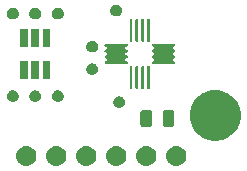
<source format=gts>
G04 #@! TF.GenerationSoftware,KiCad,Pcbnew,5.0.2+dfsg1-1~bpo9+1*
G04 #@! TF.CreationDate,2020-04-14T03:04:13-04:00*
G04 #@! TF.ProjectId,accel,61636365-6c2e-46b6-9963-61645f706362,0.10.a*
G04 #@! TF.SameCoordinates,Original*
G04 #@! TF.FileFunction,Soldermask,Top*
G04 #@! TF.FilePolarity,Negative*
%FSLAX46Y46*%
G04 Gerber Fmt 4.6, Leading zero omitted, Abs format (unit mm)*
G04 Created by KiCad (PCBNEW 5.0.2+dfsg1-1~bpo9+1) date Tue 14 Apr 2020 03:04:13 AM EDT*
%MOMM*%
%LPD*%
G01*
G04 APERTURE LIST*
%ADD10C,0.150000*%
G04 APERTURE END LIST*
D10*
G36*
X38266630Y-68377299D02*
X38426855Y-68425903D01*
X38574520Y-68504831D01*
X38703949Y-68611051D01*
X38810169Y-68740480D01*
X38889097Y-68888145D01*
X38937701Y-69048370D01*
X38954112Y-69215000D01*
X38937701Y-69381630D01*
X38889097Y-69541855D01*
X38810169Y-69689520D01*
X38703949Y-69818949D01*
X38574520Y-69925169D01*
X38426855Y-70004097D01*
X38266630Y-70052701D01*
X38141752Y-70065000D01*
X38058248Y-70065000D01*
X37933370Y-70052701D01*
X37773145Y-70004097D01*
X37625480Y-69925169D01*
X37496051Y-69818949D01*
X37389831Y-69689520D01*
X37310903Y-69541855D01*
X37262299Y-69381630D01*
X37245888Y-69215000D01*
X37262299Y-69048370D01*
X37310903Y-68888145D01*
X37389831Y-68740480D01*
X37496051Y-68611051D01*
X37625480Y-68504831D01*
X37773145Y-68425903D01*
X37933370Y-68377299D01*
X38058248Y-68365000D01*
X38141752Y-68365000D01*
X38266630Y-68377299D01*
X38266630Y-68377299D01*
G37*
G36*
X40806630Y-68377299D02*
X40966855Y-68425903D01*
X41114520Y-68504831D01*
X41243949Y-68611051D01*
X41350169Y-68740480D01*
X41429097Y-68888145D01*
X41477701Y-69048370D01*
X41494112Y-69215000D01*
X41477701Y-69381630D01*
X41429097Y-69541855D01*
X41350169Y-69689520D01*
X41243949Y-69818949D01*
X41114520Y-69925169D01*
X40966855Y-70004097D01*
X40806630Y-70052701D01*
X40681752Y-70065000D01*
X40598248Y-70065000D01*
X40473370Y-70052701D01*
X40313145Y-70004097D01*
X40165480Y-69925169D01*
X40036051Y-69818949D01*
X39929831Y-69689520D01*
X39850903Y-69541855D01*
X39802299Y-69381630D01*
X39785888Y-69215000D01*
X39802299Y-69048370D01*
X39850903Y-68888145D01*
X39929831Y-68740480D01*
X40036051Y-68611051D01*
X40165480Y-68504831D01*
X40313145Y-68425903D01*
X40473370Y-68377299D01*
X40598248Y-68365000D01*
X40681752Y-68365000D01*
X40806630Y-68377299D01*
X40806630Y-68377299D01*
G37*
G36*
X45886630Y-68377299D02*
X46046855Y-68425903D01*
X46194520Y-68504831D01*
X46323949Y-68611051D01*
X46430169Y-68740480D01*
X46509097Y-68888145D01*
X46557701Y-69048370D01*
X46574112Y-69215000D01*
X46557701Y-69381630D01*
X46509097Y-69541855D01*
X46430169Y-69689520D01*
X46323949Y-69818949D01*
X46194520Y-69925169D01*
X46046855Y-70004097D01*
X45886630Y-70052701D01*
X45761752Y-70065000D01*
X45678248Y-70065000D01*
X45553370Y-70052701D01*
X45393145Y-70004097D01*
X45245480Y-69925169D01*
X45116051Y-69818949D01*
X45009831Y-69689520D01*
X44930903Y-69541855D01*
X44882299Y-69381630D01*
X44865888Y-69215000D01*
X44882299Y-69048370D01*
X44930903Y-68888145D01*
X45009831Y-68740480D01*
X45116051Y-68611051D01*
X45245480Y-68504831D01*
X45393145Y-68425903D01*
X45553370Y-68377299D01*
X45678248Y-68365000D01*
X45761752Y-68365000D01*
X45886630Y-68377299D01*
X45886630Y-68377299D01*
G37*
G36*
X35726630Y-68377299D02*
X35886855Y-68425903D01*
X36034520Y-68504831D01*
X36163949Y-68611051D01*
X36270169Y-68740480D01*
X36349097Y-68888145D01*
X36397701Y-69048370D01*
X36414112Y-69215000D01*
X36397701Y-69381630D01*
X36349097Y-69541855D01*
X36270169Y-69689520D01*
X36163949Y-69818949D01*
X36034520Y-69925169D01*
X35886855Y-70004097D01*
X35726630Y-70052701D01*
X35601752Y-70065000D01*
X35518248Y-70065000D01*
X35393370Y-70052701D01*
X35233145Y-70004097D01*
X35085480Y-69925169D01*
X34956051Y-69818949D01*
X34849831Y-69689520D01*
X34770903Y-69541855D01*
X34722299Y-69381630D01*
X34705888Y-69215000D01*
X34722299Y-69048370D01*
X34770903Y-68888145D01*
X34849831Y-68740480D01*
X34956051Y-68611051D01*
X35085480Y-68504831D01*
X35233145Y-68425903D01*
X35393370Y-68377299D01*
X35518248Y-68365000D01*
X35601752Y-68365000D01*
X35726630Y-68377299D01*
X35726630Y-68377299D01*
G37*
G36*
X33186630Y-68377299D02*
X33346855Y-68425903D01*
X33494520Y-68504831D01*
X33623949Y-68611051D01*
X33730169Y-68740480D01*
X33809097Y-68888145D01*
X33857701Y-69048370D01*
X33874112Y-69215000D01*
X33857701Y-69381630D01*
X33809097Y-69541855D01*
X33730169Y-69689520D01*
X33623949Y-69818949D01*
X33494520Y-69925169D01*
X33346855Y-70004097D01*
X33186630Y-70052701D01*
X33061752Y-70065000D01*
X32978248Y-70065000D01*
X32853370Y-70052701D01*
X32693145Y-70004097D01*
X32545480Y-69925169D01*
X32416051Y-69818949D01*
X32309831Y-69689520D01*
X32230903Y-69541855D01*
X32182299Y-69381630D01*
X32165888Y-69215000D01*
X32182299Y-69048370D01*
X32230903Y-68888145D01*
X32309831Y-68740480D01*
X32416051Y-68611051D01*
X32545480Y-68504831D01*
X32693145Y-68425903D01*
X32853370Y-68377299D01*
X32978248Y-68365000D01*
X33061752Y-68365000D01*
X33186630Y-68377299D01*
X33186630Y-68377299D01*
G37*
G36*
X43346630Y-68377299D02*
X43506855Y-68425903D01*
X43654520Y-68504831D01*
X43783949Y-68611051D01*
X43890169Y-68740480D01*
X43969097Y-68888145D01*
X44017701Y-69048370D01*
X44034112Y-69215000D01*
X44017701Y-69381630D01*
X43969097Y-69541855D01*
X43890169Y-69689520D01*
X43783949Y-69818949D01*
X43654520Y-69925169D01*
X43506855Y-70004097D01*
X43346630Y-70052701D01*
X43221752Y-70065000D01*
X43138248Y-70065000D01*
X43013370Y-70052701D01*
X42853145Y-70004097D01*
X42705480Y-69925169D01*
X42576051Y-69818949D01*
X42469831Y-69689520D01*
X42390903Y-69541855D01*
X42342299Y-69381630D01*
X42325888Y-69215000D01*
X42342299Y-69048370D01*
X42390903Y-68888145D01*
X42469831Y-68740480D01*
X42576051Y-68611051D01*
X42705480Y-68504831D01*
X42853145Y-68425903D01*
X43013370Y-68377299D01*
X43138248Y-68365000D01*
X43221752Y-68365000D01*
X43346630Y-68377299D01*
X43346630Y-68377299D01*
G37*
G36*
X49265098Y-63642234D02*
X49649132Y-63718623D01*
X49796671Y-63779736D01*
X50040406Y-63880694D01*
X50392548Y-64115988D01*
X50692012Y-64415452D01*
X50927306Y-64767594D01*
X50955337Y-64835267D01*
X51089377Y-65158868D01*
X51172000Y-65574243D01*
X51172000Y-65997757D01*
X51089377Y-66413132D01*
X51022245Y-66575203D01*
X50927306Y-66804406D01*
X50692012Y-67156548D01*
X50392548Y-67456012D01*
X50040406Y-67691306D01*
X49811203Y-67786245D01*
X49649132Y-67853377D01*
X49441445Y-67894688D01*
X49233758Y-67936000D01*
X48810242Y-67936000D01*
X48602555Y-67894688D01*
X48394868Y-67853377D01*
X48232797Y-67786245D01*
X48003594Y-67691306D01*
X47651452Y-67456012D01*
X47351988Y-67156548D01*
X47116694Y-66804406D01*
X47021755Y-66575203D01*
X46954623Y-66413132D01*
X46872000Y-65997757D01*
X46872000Y-65574243D01*
X46954623Y-65158868D01*
X47088663Y-64835267D01*
X47116694Y-64767594D01*
X47351988Y-64415452D01*
X47651452Y-64115988D01*
X48003594Y-63880694D01*
X48247329Y-63779736D01*
X48394868Y-63718623D01*
X48778902Y-63642234D01*
X48810242Y-63636000D01*
X49233758Y-63636000D01*
X49265098Y-63642234D01*
X49265098Y-63642234D01*
G37*
G36*
X43521492Y-65344076D02*
X43555383Y-65354357D01*
X43586611Y-65371048D01*
X43613985Y-65393515D01*
X43636452Y-65420889D01*
X43653143Y-65452117D01*
X43663424Y-65486008D01*
X43667500Y-65527391D01*
X43667500Y-66552609D01*
X43663424Y-66593992D01*
X43653143Y-66627883D01*
X43636452Y-66659111D01*
X43613985Y-66686485D01*
X43586611Y-66708952D01*
X43555383Y-66725643D01*
X43521492Y-66735924D01*
X43480109Y-66740000D01*
X42879891Y-66740000D01*
X42838508Y-66735924D01*
X42804617Y-66725643D01*
X42773389Y-66708952D01*
X42746015Y-66686485D01*
X42723548Y-66659111D01*
X42706857Y-66627883D01*
X42696576Y-66593992D01*
X42692500Y-66552609D01*
X42692500Y-65527391D01*
X42696576Y-65486008D01*
X42706857Y-65452117D01*
X42723548Y-65420889D01*
X42746015Y-65393515D01*
X42773389Y-65371048D01*
X42804617Y-65354357D01*
X42838508Y-65344076D01*
X42879891Y-65340000D01*
X43480109Y-65340000D01*
X43521492Y-65344076D01*
X43521492Y-65344076D01*
G37*
G36*
X45396492Y-65344076D02*
X45430383Y-65354357D01*
X45461611Y-65371048D01*
X45488985Y-65393515D01*
X45511452Y-65420889D01*
X45528143Y-65452117D01*
X45538424Y-65486008D01*
X45542500Y-65527391D01*
X45542500Y-66552609D01*
X45538424Y-66593992D01*
X45528143Y-66627883D01*
X45511452Y-66659111D01*
X45488985Y-66686485D01*
X45461611Y-66708952D01*
X45430383Y-66725643D01*
X45396492Y-66735924D01*
X45355109Y-66740000D01*
X44754891Y-66740000D01*
X44713508Y-66735924D01*
X44679617Y-66725643D01*
X44648389Y-66708952D01*
X44621015Y-66686485D01*
X44598548Y-66659111D01*
X44581857Y-66627883D01*
X44571576Y-66593992D01*
X44567500Y-66552609D01*
X44567500Y-65527391D01*
X44571576Y-65486008D01*
X44581857Y-65452117D01*
X44598548Y-65420889D01*
X44621015Y-65393515D01*
X44648389Y-65371048D01*
X44679617Y-65354357D01*
X44713508Y-65344076D01*
X44754891Y-65340000D01*
X45355109Y-65340000D01*
X45396492Y-65344076D01*
X45396492Y-65344076D01*
G37*
G36*
X40992015Y-64150234D02*
X41086268Y-64178825D01*
X41132697Y-64203643D01*
X41173129Y-64225254D01*
X41173131Y-64225255D01*
X41173130Y-64225255D01*
X41249264Y-64287736D01*
X41311745Y-64363870D01*
X41358175Y-64450732D01*
X41386766Y-64544985D01*
X41396419Y-64643000D01*
X41386766Y-64741015D01*
X41358175Y-64835268D01*
X41333357Y-64881697D01*
X41311746Y-64922129D01*
X41249264Y-64998264D01*
X41173129Y-65060746D01*
X41132697Y-65082357D01*
X41086268Y-65107175D01*
X40992015Y-65135766D01*
X40918564Y-65143000D01*
X40869436Y-65143000D01*
X40795985Y-65135766D01*
X40701732Y-65107175D01*
X40655303Y-65082357D01*
X40614871Y-65060746D01*
X40538736Y-64998264D01*
X40476254Y-64922129D01*
X40454643Y-64881697D01*
X40429825Y-64835268D01*
X40401234Y-64741015D01*
X40391581Y-64643000D01*
X40401234Y-64544985D01*
X40429825Y-64450732D01*
X40476255Y-64363870D01*
X40538736Y-64287736D01*
X40614870Y-64225255D01*
X40614869Y-64225255D01*
X40614871Y-64225254D01*
X40655303Y-64203643D01*
X40701732Y-64178825D01*
X40795985Y-64150234D01*
X40869436Y-64143000D01*
X40918564Y-64143000D01*
X40992015Y-64150234D01*
X40992015Y-64150234D01*
G37*
G36*
X35785015Y-63642234D02*
X35879268Y-63670825D01*
X35925697Y-63695643D01*
X35966129Y-63717254D01*
X35966131Y-63717255D01*
X35966130Y-63717255D01*
X36042264Y-63779736D01*
X36104745Y-63855870D01*
X36151175Y-63942732D01*
X36179766Y-64036985D01*
X36189419Y-64135000D01*
X36179766Y-64233015D01*
X36151175Y-64327268D01*
X36131610Y-64363870D01*
X36104746Y-64414129D01*
X36042264Y-64490264D01*
X35966129Y-64552746D01*
X35925697Y-64574357D01*
X35879268Y-64599175D01*
X35785015Y-64627766D01*
X35711564Y-64635000D01*
X35662436Y-64635000D01*
X35588985Y-64627766D01*
X35494732Y-64599175D01*
X35448303Y-64574357D01*
X35407871Y-64552746D01*
X35331736Y-64490264D01*
X35269254Y-64414129D01*
X35242390Y-64363870D01*
X35222825Y-64327268D01*
X35194234Y-64233015D01*
X35184581Y-64135000D01*
X35194234Y-64036985D01*
X35222825Y-63942732D01*
X35269255Y-63855870D01*
X35331736Y-63779736D01*
X35407870Y-63717255D01*
X35407869Y-63717255D01*
X35407871Y-63717254D01*
X35448303Y-63695643D01*
X35494732Y-63670825D01*
X35588985Y-63642234D01*
X35662436Y-63635000D01*
X35711564Y-63635000D01*
X35785015Y-63642234D01*
X35785015Y-63642234D01*
G37*
G36*
X31975015Y-63642234D02*
X32069268Y-63670825D01*
X32115697Y-63695643D01*
X32156129Y-63717254D01*
X32156131Y-63717255D01*
X32156130Y-63717255D01*
X32232264Y-63779736D01*
X32294745Y-63855870D01*
X32341175Y-63942732D01*
X32369766Y-64036985D01*
X32379419Y-64135000D01*
X32369766Y-64233015D01*
X32341175Y-64327268D01*
X32321610Y-64363870D01*
X32294746Y-64414129D01*
X32232264Y-64490264D01*
X32156129Y-64552746D01*
X32115697Y-64574357D01*
X32069268Y-64599175D01*
X31975015Y-64627766D01*
X31901564Y-64635000D01*
X31852436Y-64635000D01*
X31778985Y-64627766D01*
X31684732Y-64599175D01*
X31638303Y-64574357D01*
X31597871Y-64552746D01*
X31521736Y-64490264D01*
X31459254Y-64414129D01*
X31432390Y-64363870D01*
X31412825Y-64327268D01*
X31384234Y-64233015D01*
X31374581Y-64135000D01*
X31384234Y-64036985D01*
X31412825Y-63942732D01*
X31459255Y-63855870D01*
X31521736Y-63779736D01*
X31597870Y-63717255D01*
X31597869Y-63717255D01*
X31597871Y-63717254D01*
X31638303Y-63695643D01*
X31684732Y-63670825D01*
X31778985Y-63642234D01*
X31852436Y-63635000D01*
X31901564Y-63635000D01*
X31975015Y-63642234D01*
X31975015Y-63642234D01*
G37*
G36*
X33880015Y-63642234D02*
X33974268Y-63670825D01*
X34020697Y-63695643D01*
X34061129Y-63717254D01*
X34061131Y-63717255D01*
X34061130Y-63717255D01*
X34137264Y-63779736D01*
X34199745Y-63855870D01*
X34246175Y-63942732D01*
X34274766Y-64036985D01*
X34284419Y-64135000D01*
X34274766Y-64233015D01*
X34246175Y-64327268D01*
X34226610Y-64363870D01*
X34199746Y-64414129D01*
X34137264Y-64490264D01*
X34061129Y-64552746D01*
X34020697Y-64574357D01*
X33974268Y-64599175D01*
X33880015Y-64627766D01*
X33806564Y-64635000D01*
X33757436Y-64635000D01*
X33683985Y-64627766D01*
X33589732Y-64599175D01*
X33543303Y-64574357D01*
X33502871Y-64552746D01*
X33426736Y-64490264D01*
X33364254Y-64414129D01*
X33337390Y-64363870D01*
X33317825Y-64327268D01*
X33289234Y-64233015D01*
X33279581Y-64135000D01*
X33289234Y-64036985D01*
X33317825Y-63942732D01*
X33364255Y-63855870D01*
X33426736Y-63779736D01*
X33502870Y-63717255D01*
X33502869Y-63717255D01*
X33502871Y-63717254D01*
X33543303Y-63695643D01*
X33589732Y-63670825D01*
X33683985Y-63642234D01*
X33757436Y-63635000D01*
X33806564Y-63635000D01*
X33880015Y-63642234D01*
X33880015Y-63642234D01*
G37*
G36*
X42414503Y-61576809D02*
X42438065Y-61583956D01*
X42449794Y-61590226D01*
X42459782Y-61595564D01*
X42459783Y-61595565D01*
X42459785Y-61595566D01*
X42478816Y-61611184D01*
X42494436Y-61630217D01*
X42506043Y-61651933D01*
X42513191Y-61675496D01*
X42515000Y-61693866D01*
X42515000Y-63456134D01*
X42513191Y-63474504D01*
X42506043Y-63498067D01*
X42494436Y-63519783D01*
X42478816Y-63538816D01*
X42459783Y-63554436D01*
X42438067Y-63566043D01*
X42414504Y-63573191D01*
X42390001Y-63575604D01*
X42390000Y-63575604D01*
X42365497Y-63573191D01*
X42341934Y-63566043D01*
X42320218Y-63554436D01*
X42301185Y-63538816D01*
X42285565Y-63519783D01*
X42273958Y-63498067D01*
X42266810Y-63474504D01*
X42265001Y-63456134D01*
X42265000Y-61693867D01*
X42266809Y-61675497D01*
X42273956Y-61651935D01*
X42285566Y-61630215D01*
X42301184Y-61611184D01*
X42320217Y-61595564D01*
X42341933Y-61583957D01*
X42365496Y-61576809D01*
X42389999Y-61574396D01*
X42390000Y-61574396D01*
X42414503Y-61576809D01*
X42414503Y-61576809D01*
G37*
G36*
X42914503Y-61576809D02*
X42938065Y-61583956D01*
X42949794Y-61590226D01*
X42959782Y-61595564D01*
X42959783Y-61595565D01*
X42959785Y-61595566D01*
X42978816Y-61611184D01*
X42994436Y-61630217D01*
X43006043Y-61651933D01*
X43013191Y-61675496D01*
X43015000Y-61693866D01*
X43015000Y-63456134D01*
X43013191Y-63474504D01*
X43006043Y-63498067D01*
X42994436Y-63519783D01*
X42978816Y-63538816D01*
X42959783Y-63554436D01*
X42938067Y-63566043D01*
X42914504Y-63573191D01*
X42890001Y-63575604D01*
X42890000Y-63575604D01*
X42865497Y-63573191D01*
X42841934Y-63566043D01*
X42820218Y-63554436D01*
X42801185Y-63538816D01*
X42785565Y-63519783D01*
X42773958Y-63498067D01*
X42766810Y-63474504D01*
X42765001Y-63456134D01*
X42765000Y-61693867D01*
X42766809Y-61675497D01*
X42773956Y-61651935D01*
X42785566Y-61630215D01*
X42801184Y-61611184D01*
X42820217Y-61595564D01*
X42841933Y-61583957D01*
X42865496Y-61576809D01*
X42889999Y-61574396D01*
X42890000Y-61574396D01*
X42914503Y-61576809D01*
X42914503Y-61576809D01*
G37*
G36*
X43414503Y-61576809D02*
X43438065Y-61583956D01*
X43449794Y-61590226D01*
X43459782Y-61595564D01*
X43459783Y-61595565D01*
X43459785Y-61595566D01*
X43478816Y-61611184D01*
X43494436Y-61630217D01*
X43506043Y-61651933D01*
X43513191Y-61675496D01*
X43515000Y-61693866D01*
X43515000Y-63456134D01*
X43513191Y-63474504D01*
X43506043Y-63498067D01*
X43494436Y-63519783D01*
X43478816Y-63538816D01*
X43459783Y-63554436D01*
X43438067Y-63566043D01*
X43414504Y-63573191D01*
X43390001Y-63575604D01*
X43390000Y-63575604D01*
X43365497Y-63573191D01*
X43341934Y-63566043D01*
X43320218Y-63554436D01*
X43301185Y-63538816D01*
X43285565Y-63519783D01*
X43273958Y-63498067D01*
X43266810Y-63474504D01*
X43265001Y-63456134D01*
X43265000Y-61693867D01*
X43266809Y-61675497D01*
X43273956Y-61651935D01*
X43285566Y-61630215D01*
X43301184Y-61611184D01*
X43320217Y-61595564D01*
X43341933Y-61583957D01*
X43365496Y-61576809D01*
X43389999Y-61574396D01*
X43390000Y-61574396D01*
X43414503Y-61576809D01*
X43414503Y-61576809D01*
G37*
G36*
X41914503Y-61576809D02*
X41938065Y-61583956D01*
X41949794Y-61590226D01*
X41959782Y-61595564D01*
X41959783Y-61595565D01*
X41959785Y-61595566D01*
X41978816Y-61611184D01*
X41994436Y-61630217D01*
X42006043Y-61651933D01*
X42013191Y-61675496D01*
X42015000Y-61693866D01*
X42015000Y-63456134D01*
X42013191Y-63474504D01*
X42006043Y-63498067D01*
X41994436Y-63519783D01*
X41978816Y-63538816D01*
X41959783Y-63554436D01*
X41938067Y-63566043D01*
X41914504Y-63573191D01*
X41890001Y-63575604D01*
X41890000Y-63575604D01*
X41865497Y-63573191D01*
X41841934Y-63566043D01*
X41820218Y-63554436D01*
X41801185Y-63538816D01*
X41785565Y-63519783D01*
X41773958Y-63498067D01*
X41766810Y-63474504D01*
X41765001Y-63456134D01*
X41765000Y-61693867D01*
X41766809Y-61675497D01*
X41773956Y-61651935D01*
X41785566Y-61630215D01*
X41801184Y-61611184D01*
X41820217Y-61595564D01*
X41841933Y-61583957D01*
X41865496Y-61576809D01*
X41889999Y-61574396D01*
X41890000Y-61574396D01*
X41914503Y-61576809D01*
X41914503Y-61576809D01*
G37*
G36*
X35057000Y-62709000D02*
X34407000Y-62709000D01*
X34407000Y-61149000D01*
X35057000Y-61149000D01*
X35057000Y-62709000D01*
X35057000Y-62709000D01*
G37*
G36*
X33157000Y-62709000D02*
X32507000Y-62709000D01*
X32507000Y-61149000D01*
X33157000Y-61149000D01*
X33157000Y-62709000D01*
X33157000Y-62709000D01*
G37*
G36*
X34107000Y-62709000D02*
X33457000Y-62709000D01*
X33457000Y-61149000D01*
X34107000Y-61149000D01*
X34107000Y-62709000D01*
X34107000Y-62709000D01*
G37*
G36*
X38706015Y-61356234D02*
X38800268Y-61384825D01*
X38846697Y-61409643D01*
X38887129Y-61431254D01*
X38963264Y-61493736D01*
X39025746Y-61569871D01*
X39033275Y-61583957D01*
X39072175Y-61656732D01*
X39100766Y-61750985D01*
X39110419Y-61849000D01*
X39100766Y-61947015D01*
X39072175Y-62041268D01*
X39047357Y-62087697D01*
X39025746Y-62128129D01*
X38963264Y-62204264D01*
X38887129Y-62266746D01*
X38846697Y-62288357D01*
X38800268Y-62313175D01*
X38706015Y-62341766D01*
X38632564Y-62349000D01*
X38583436Y-62349000D01*
X38509985Y-62341766D01*
X38415732Y-62313175D01*
X38369303Y-62288357D01*
X38328871Y-62266746D01*
X38252736Y-62204264D01*
X38190254Y-62128129D01*
X38168643Y-62087697D01*
X38143825Y-62041268D01*
X38115234Y-61947015D01*
X38105581Y-61849000D01*
X38115234Y-61750985D01*
X38143825Y-61656732D01*
X38182725Y-61583957D01*
X38190254Y-61569871D01*
X38252736Y-61493736D01*
X38328871Y-61431254D01*
X38369303Y-61409643D01*
X38415732Y-61384825D01*
X38509985Y-61356234D01*
X38583436Y-61349000D01*
X38632564Y-61349000D01*
X38706015Y-61356234D01*
X38706015Y-61356234D01*
G37*
G36*
X41539504Y-59701809D02*
X41563067Y-59708957D01*
X41584783Y-59720564D01*
X41603816Y-59736184D01*
X41619436Y-59755217D01*
X41631043Y-59776933D01*
X41638191Y-59800496D01*
X41640604Y-59825000D01*
X41638191Y-59849504D01*
X41631043Y-59873067D01*
X41619436Y-59894783D01*
X41603816Y-59913816D01*
X41584783Y-59929436D01*
X41563067Y-59941043D01*
X41539504Y-59948191D01*
X41515022Y-59950602D01*
X41490989Y-59955383D01*
X41468350Y-59964760D01*
X41447976Y-59978374D01*
X41430648Y-59995701D01*
X41417035Y-60016076D01*
X41407657Y-60038715D01*
X41402877Y-60062748D01*
X41402877Y-60087253D01*
X41407658Y-60111286D01*
X41417035Y-60133925D01*
X41430649Y-60154299D01*
X41447976Y-60171627D01*
X41468351Y-60185240D01*
X41490990Y-60194618D01*
X41515022Y-60199398D01*
X41539504Y-60201809D01*
X41563067Y-60208957D01*
X41584783Y-60220564D01*
X41603816Y-60236184D01*
X41619436Y-60255217D01*
X41631043Y-60276933D01*
X41638191Y-60300496D01*
X41640604Y-60325000D01*
X41638191Y-60349504D01*
X41631043Y-60373067D01*
X41619436Y-60394783D01*
X41603816Y-60413816D01*
X41584783Y-60429436D01*
X41563067Y-60441043D01*
X41539504Y-60448191D01*
X41515022Y-60450602D01*
X41490989Y-60455383D01*
X41468350Y-60464760D01*
X41447976Y-60478374D01*
X41430648Y-60495701D01*
X41417035Y-60516076D01*
X41407657Y-60538715D01*
X41402877Y-60562748D01*
X41402877Y-60587253D01*
X41407658Y-60611286D01*
X41417035Y-60633925D01*
X41430649Y-60654299D01*
X41447976Y-60671627D01*
X41468351Y-60685240D01*
X41490990Y-60694618D01*
X41515022Y-60699398D01*
X41539504Y-60701809D01*
X41563067Y-60708957D01*
X41584783Y-60720564D01*
X41603816Y-60736184D01*
X41619436Y-60755217D01*
X41631043Y-60776933D01*
X41638191Y-60800496D01*
X41640604Y-60825000D01*
X41638191Y-60849504D01*
X41631043Y-60873067D01*
X41619436Y-60894783D01*
X41603816Y-60913816D01*
X41584783Y-60929436D01*
X41563067Y-60941043D01*
X41539504Y-60948191D01*
X41515022Y-60950602D01*
X41490989Y-60955383D01*
X41468350Y-60964760D01*
X41447976Y-60978374D01*
X41430648Y-60995701D01*
X41417035Y-61016076D01*
X41407657Y-61038715D01*
X41402877Y-61062748D01*
X41402877Y-61087253D01*
X41407658Y-61111286D01*
X41417035Y-61133925D01*
X41430649Y-61154299D01*
X41447976Y-61171627D01*
X41468351Y-61185240D01*
X41490990Y-61194618D01*
X41515022Y-61199398D01*
X41539504Y-61201809D01*
X41563067Y-61208957D01*
X41584783Y-61220564D01*
X41603816Y-61236184D01*
X41619436Y-61255217D01*
X41631043Y-61276933D01*
X41638191Y-61300496D01*
X41640604Y-61325000D01*
X41638191Y-61349504D01*
X41631043Y-61373067D01*
X41619436Y-61394783D01*
X41603816Y-61413816D01*
X41584783Y-61429436D01*
X41563067Y-61441043D01*
X41539504Y-61448191D01*
X41521134Y-61450000D01*
X39758866Y-61450000D01*
X39740496Y-61448191D01*
X39716933Y-61441043D01*
X39695217Y-61429436D01*
X39676184Y-61413816D01*
X39660564Y-61394783D01*
X39648957Y-61373067D01*
X39641809Y-61349504D01*
X39639396Y-61325000D01*
X39641809Y-61300496D01*
X39648957Y-61276933D01*
X39660564Y-61255217D01*
X39676184Y-61236184D01*
X39695217Y-61220564D01*
X39716933Y-61208957D01*
X39740496Y-61201809D01*
X39764978Y-61199398D01*
X39789011Y-61194617D01*
X39811650Y-61185240D01*
X39832024Y-61171626D01*
X39849352Y-61154299D01*
X39862965Y-61133924D01*
X39872343Y-61111285D01*
X39877123Y-61087252D01*
X39877123Y-61062747D01*
X39872342Y-61038714D01*
X39862965Y-61016075D01*
X39849351Y-60995701D01*
X39832024Y-60978373D01*
X39811649Y-60964760D01*
X39789010Y-60955382D01*
X39764978Y-60950602D01*
X39740496Y-60948191D01*
X39716933Y-60941043D01*
X39695217Y-60929436D01*
X39676184Y-60913816D01*
X39660564Y-60894783D01*
X39648957Y-60873067D01*
X39641809Y-60849504D01*
X39639396Y-60825000D01*
X39641809Y-60800496D01*
X39648957Y-60776933D01*
X39660564Y-60755217D01*
X39676184Y-60736184D01*
X39695217Y-60720564D01*
X39716933Y-60708957D01*
X39740496Y-60701809D01*
X39764978Y-60699398D01*
X39789011Y-60694617D01*
X39811650Y-60685240D01*
X39832024Y-60671626D01*
X39849352Y-60654299D01*
X39862965Y-60633924D01*
X39872343Y-60611285D01*
X39877123Y-60587252D01*
X39877123Y-60562747D01*
X39872342Y-60538714D01*
X39862965Y-60516075D01*
X39849351Y-60495701D01*
X39832024Y-60478373D01*
X39811649Y-60464760D01*
X39789010Y-60455382D01*
X39764978Y-60450602D01*
X39740496Y-60448191D01*
X39716933Y-60441043D01*
X39695217Y-60429436D01*
X39676184Y-60413816D01*
X39660564Y-60394783D01*
X39648957Y-60373067D01*
X39641809Y-60349504D01*
X39639396Y-60325000D01*
X39641809Y-60300496D01*
X39648957Y-60276933D01*
X39660564Y-60255217D01*
X39676184Y-60236184D01*
X39695217Y-60220564D01*
X39716933Y-60208957D01*
X39740496Y-60201809D01*
X39764978Y-60199398D01*
X39789011Y-60194617D01*
X39811650Y-60185240D01*
X39832024Y-60171626D01*
X39849352Y-60154299D01*
X39862965Y-60133924D01*
X39872343Y-60111285D01*
X39877123Y-60087252D01*
X39877123Y-60062747D01*
X39872342Y-60038714D01*
X39862965Y-60016075D01*
X39849351Y-59995701D01*
X39832024Y-59978373D01*
X39811649Y-59964760D01*
X39789010Y-59955382D01*
X39764978Y-59950602D01*
X39740496Y-59948191D01*
X39716933Y-59941043D01*
X39695217Y-59929436D01*
X39676184Y-59913816D01*
X39660564Y-59894783D01*
X39648957Y-59873067D01*
X39641809Y-59849504D01*
X39639396Y-59825000D01*
X39641809Y-59800496D01*
X39648957Y-59776933D01*
X39660564Y-59755217D01*
X39676184Y-59736184D01*
X39695217Y-59720564D01*
X39716933Y-59708957D01*
X39740496Y-59701809D01*
X39758866Y-59700000D01*
X41521134Y-59700000D01*
X41539504Y-59701809D01*
X41539504Y-59701809D01*
G37*
G36*
X45539504Y-59701809D02*
X45563067Y-59708957D01*
X45584783Y-59720564D01*
X45603816Y-59736184D01*
X45619436Y-59755217D01*
X45631043Y-59776933D01*
X45638191Y-59800496D01*
X45640604Y-59825000D01*
X45638191Y-59849504D01*
X45631043Y-59873067D01*
X45619436Y-59894783D01*
X45603816Y-59913816D01*
X45584783Y-59929436D01*
X45563067Y-59941043D01*
X45539504Y-59948191D01*
X45515022Y-59950602D01*
X45490989Y-59955383D01*
X45468350Y-59964760D01*
X45447976Y-59978374D01*
X45430648Y-59995701D01*
X45417035Y-60016076D01*
X45407657Y-60038715D01*
X45402877Y-60062748D01*
X45402877Y-60087253D01*
X45407658Y-60111286D01*
X45417035Y-60133925D01*
X45430649Y-60154299D01*
X45447976Y-60171627D01*
X45468351Y-60185240D01*
X45490990Y-60194618D01*
X45515022Y-60199398D01*
X45539504Y-60201809D01*
X45563067Y-60208957D01*
X45584783Y-60220564D01*
X45603816Y-60236184D01*
X45619436Y-60255217D01*
X45631043Y-60276933D01*
X45638191Y-60300496D01*
X45640604Y-60325000D01*
X45638191Y-60349504D01*
X45631043Y-60373067D01*
X45619436Y-60394783D01*
X45603816Y-60413816D01*
X45584783Y-60429436D01*
X45563067Y-60441043D01*
X45539504Y-60448191D01*
X45515022Y-60450602D01*
X45490989Y-60455383D01*
X45468350Y-60464760D01*
X45447976Y-60478374D01*
X45430648Y-60495701D01*
X45417035Y-60516076D01*
X45407657Y-60538715D01*
X45402877Y-60562748D01*
X45402877Y-60587253D01*
X45407658Y-60611286D01*
X45417035Y-60633925D01*
X45430649Y-60654299D01*
X45447976Y-60671627D01*
X45468351Y-60685240D01*
X45490990Y-60694618D01*
X45515022Y-60699398D01*
X45539504Y-60701809D01*
X45563067Y-60708957D01*
X45584783Y-60720564D01*
X45603816Y-60736184D01*
X45619436Y-60755217D01*
X45631043Y-60776933D01*
X45638191Y-60800496D01*
X45640604Y-60825000D01*
X45638191Y-60849504D01*
X45631043Y-60873067D01*
X45619436Y-60894783D01*
X45603816Y-60913816D01*
X45584783Y-60929436D01*
X45563067Y-60941043D01*
X45539504Y-60948191D01*
X45515022Y-60950602D01*
X45490989Y-60955383D01*
X45468350Y-60964760D01*
X45447976Y-60978374D01*
X45430648Y-60995701D01*
X45417035Y-61016076D01*
X45407657Y-61038715D01*
X45402877Y-61062748D01*
X45402877Y-61087253D01*
X45407658Y-61111286D01*
X45417035Y-61133925D01*
X45430649Y-61154299D01*
X45447976Y-61171627D01*
X45468351Y-61185240D01*
X45490990Y-61194618D01*
X45515022Y-61199398D01*
X45539504Y-61201809D01*
X45563067Y-61208957D01*
X45584783Y-61220564D01*
X45603816Y-61236184D01*
X45619436Y-61255217D01*
X45631043Y-61276933D01*
X45638191Y-61300496D01*
X45640604Y-61325000D01*
X45638191Y-61349504D01*
X45631043Y-61373067D01*
X45619436Y-61394783D01*
X45603816Y-61413816D01*
X45584783Y-61429436D01*
X45563067Y-61441043D01*
X45539504Y-61448191D01*
X45521134Y-61450000D01*
X43758866Y-61450000D01*
X43740496Y-61448191D01*
X43716933Y-61441043D01*
X43695217Y-61429436D01*
X43676184Y-61413816D01*
X43660564Y-61394783D01*
X43648957Y-61373067D01*
X43641809Y-61349504D01*
X43639396Y-61325000D01*
X43641809Y-61300496D01*
X43648957Y-61276933D01*
X43660564Y-61255217D01*
X43676184Y-61236184D01*
X43695217Y-61220564D01*
X43716933Y-61208957D01*
X43740496Y-61201809D01*
X43764978Y-61199398D01*
X43789011Y-61194617D01*
X43811650Y-61185240D01*
X43832024Y-61171626D01*
X43849352Y-61154299D01*
X43862965Y-61133924D01*
X43872343Y-61111285D01*
X43877123Y-61087252D01*
X43877123Y-61062747D01*
X43872342Y-61038714D01*
X43862965Y-61016075D01*
X43849351Y-60995701D01*
X43832024Y-60978373D01*
X43811649Y-60964760D01*
X43789010Y-60955382D01*
X43764978Y-60950602D01*
X43740496Y-60948191D01*
X43716933Y-60941043D01*
X43695217Y-60929436D01*
X43676184Y-60913816D01*
X43660564Y-60894783D01*
X43648957Y-60873067D01*
X43641809Y-60849504D01*
X43639396Y-60825000D01*
X43641809Y-60800496D01*
X43648957Y-60776933D01*
X43660564Y-60755217D01*
X43676184Y-60736184D01*
X43695217Y-60720564D01*
X43716933Y-60708957D01*
X43740496Y-60701809D01*
X43764978Y-60699398D01*
X43789011Y-60694617D01*
X43811650Y-60685240D01*
X43832024Y-60671626D01*
X43849352Y-60654299D01*
X43862965Y-60633924D01*
X43872343Y-60611285D01*
X43877123Y-60587252D01*
X43877123Y-60562747D01*
X43872342Y-60538714D01*
X43862965Y-60516075D01*
X43849351Y-60495701D01*
X43832024Y-60478373D01*
X43811649Y-60464760D01*
X43789010Y-60455382D01*
X43764978Y-60450602D01*
X43740496Y-60448191D01*
X43716933Y-60441043D01*
X43695217Y-60429436D01*
X43676184Y-60413816D01*
X43660564Y-60394783D01*
X43648957Y-60373067D01*
X43641809Y-60349504D01*
X43639396Y-60325000D01*
X43641809Y-60300496D01*
X43648957Y-60276933D01*
X43660564Y-60255217D01*
X43676184Y-60236184D01*
X43695217Y-60220564D01*
X43716933Y-60208957D01*
X43740496Y-60201809D01*
X43764978Y-60199398D01*
X43789011Y-60194617D01*
X43811650Y-60185240D01*
X43832024Y-60171626D01*
X43849352Y-60154299D01*
X43862965Y-60133924D01*
X43872343Y-60111285D01*
X43877123Y-60087252D01*
X43877123Y-60062747D01*
X43872342Y-60038714D01*
X43862965Y-60016075D01*
X43849351Y-59995701D01*
X43832024Y-59978373D01*
X43811649Y-59964760D01*
X43789010Y-59955382D01*
X43764978Y-59950602D01*
X43740496Y-59948191D01*
X43716933Y-59941043D01*
X43695217Y-59929436D01*
X43676184Y-59913816D01*
X43660564Y-59894783D01*
X43648957Y-59873067D01*
X43641809Y-59849504D01*
X43639396Y-59825000D01*
X43641809Y-59800496D01*
X43648957Y-59776933D01*
X43660564Y-59755217D01*
X43676184Y-59736184D01*
X43695217Y-59720564D01*
X43716933Y-59708957D01*
X43740496Y-59701809D01*
X43758866Y-59700000D01*
X45521134Y-59700000D01*
X45539504Y-59701809D01*
X45539504Y-59701809D01*
G37*
G36*
X38706015Y-59451234D02*
X38800268Y-59479825D01*
X38834395Y-59498067D01*
X38887129Y-59526254D01*
X38963264Y-59588736D01*
X39025745Y-59664870D01*
X39072175Y-59751732D01*
X39100766Y-59845985D01*
X39110419Y-59944000D01*
X39100766Y-60042015D01*
X39072175Y-60136268D01*
X39062537Y-60154299D01*
X39025746Y-60223129D01*
X38963264Y-60299264D01*
X38887129Y-60361746D01*
X38865949Y-60373067D01*
X38800268Y-60408175D01*
X38706015Y-60436766D01*
X38632564Y-60444000D01*
X38583436Y-60444000D01*
X38509985Y-60436766D01*
X38415732Y-60408175D01*
X38350051Y-60373067D01*
X38328871Y-60361746D01*
X38252736Y-60299264D01*
X38190254Y-60223129D01*
X38153463Y-60154299D01*
X38143825Y-60136268D01*
X38115234Y-60042015D01*
X38105581Y-59944000D01*
X38115234Y-59845985D01*
X38143825Y-59751732D01*
X38190255Y-59664870D01*
X38252736Y-59588736D01*
X38328871Y-59526254D01*
X38381605Y-59498067D01*
X38415732Y-59479825D01*
X38509985Y-59451234D01*
X38583436Y-59444000D01*
X38632564Y-59444000D01*
X38706015Y-59451234D01*
X38706015Y-59451234D01*
G37*
G36*
X34107000Y-60009000D02*
X33457000Y-60009000D01*
X33457000Y-58449000D01*
X34107000Y-58449000D01*
X34107000Y-60009000D01*
X34107000Y-60009000D01*
G37*
G36*
X33157000Y-60009000D02*
X32507000Y-60009000D01*
X32507000Y-58449000D01*
X33157000Y-58449000D01*
X33157000Y-60009000D01*
X33157000Y-60009000D01*
G37*
G36*
X35057000Y-60009000D02*
X34407000Y-60009000D01*
X34407000Y-58449000D01*
X35057000Y-58449000D01*
X35057000Y-60009000D01*
X35057000Y-60009000D01*
G37*
G36*
X41914503Y-57576809D02*
X41938065Y-57583956D01*
X41949794Y-57590226D01*
X41959782Y-57595564D01*
X41959783Y-57595565D01*
X41959785Y-57595566D01*
X41978816Y-57611184D01*
X41994436Y-57630217D01*
X42006043Y-57651933D01*
X42013191Y-57675496D01*
X42015000Y-57693866D01*
X42015000Y-59456134D01*
X42013191Y-59474504D01*
X42006043Y-59498067D01*
X41994436Y-59519783D01*
X41978816Y-59538816D01*
X41959783Y-59554436D01*
X41938067Y-59566043D01*
X41914504Y-59573191D01*
X41890001Y-59575604D01*
X41890000Y-59575604D01*
X41865497Y-59573191D01*
X41841934Y-59566043D01*
X41820218Y-59554436D01*
X41801185Y-59538816D01*
X41785565Y-59519783D01*
X41773958Y-59498067D01*
X41766810Y-59474504D01*
X41765001Y-59456134D01*
X41765000Y-57693867D01*
X41766809Y-57675497D01*
X41773956Y-57651935D01*
X41785566Y-57630215D01*
X41801184Y-57611184D01*
X41820217Y-57595564D01*
X41841933Y-57583957D01*
X41865496Y-57576809D01*
X41889999Y-57574396D01*
X41890000Y-57574396D01*
X41914503Y-57576809D01*
X41914503Y-57576809D01*
G37*
G36*
X42414503Y-57576809D02*
X42438065Y-57583956D01*
X42449794Y-57590226D01*
X42459782Y-57595564D01*
X42459783Y-57595565D01*
X42459785Y-57595566D01*
X42478816Y-57611184D01*
X42494436Y-57630217D01*
X42506043Y-57651933D01*
X42513191Y-57675496D01*
X42515000Y-57693866D01*
X42515000Y-59456134D01*
X42513191Y-59474504D01*
X42506043Y-59498067D01*
X42494436Y-59519783D01*
X42478816Y-59538816D01*
X42459783Y-59554436D01*
X42438067Y-59566043D01*
X42414504Y-59573191D01*
X42390001Y-59575604D01*
X42390000Y-59575604D01*
X42365497Y-59573191D01*
X42341934Y-59566043D01*
X42320218Y-59554436D01*
X42301185Y-59538816D01*
X42285565Y-59519783D01*
X42273958Y-59498067D01*
X42266810Y-59474504D01*
X42265001Y-59456134D01*
X42265000Y-57693867D01*
X42266809Y-57675497D01*
X42273956Y-57651935D01*
X42285566Y-57630215D01*
X42301184Y-57611184D01*
X42320217Y-57595564D01*
X42341933Y-57583957D01*
X42365496Y-57576809D01*
X42389999Y-57574396D01*
X42390000Y-57574396D01*
X42414503Y-57576809D01*
X42414503Y-57576809D01*
G37*
G36*
X42914503Y-57576809D02*
X42938065Y-57583956D01*
X42949794Y-57590226D01*
X42959782Y-57595564D01*
X42959783Y-57595565D01*
X42959785Y-57595566D01*
X42978816Y-57611184D01*
X42994436Y-57630217D01*
X43006043Y-57651933D01*
X43013191Y-57675496D01*
X43015000Y-57693866D01*
X43015000Y-59456134D01*
X43013191Y-59474504D01*
X43006043Y-59498067D01*
X42994436Y-59519783D01*
X42978816Y-59538816D01*
X42959783Y-59554436D01*
X42938067Y-59566043D01*
X42914504Y-59573191D01*
X42890001Y-59575604D01*
X42890000Y-59575604D01*
X42865497Y-59573191D01*
X42841934Y-59566043D01*
X42820218Y-59554436D01*
X42801185Y-59538816D01*
X42785565Y-59519783D01*
X42773958Y-59498067D01*
X42766810Y-59474504D01*
X42765001Y-59456134D01*
X42765000Y-57693867D01*
X42766809Y-57675497D01*
X42773956Y-57651935D01*
X42785566Y-57630215D01*
X42801184Y-57611184D01*
X42820217Y-57595564D01*
X42841933Y-57583957D01*
X42865496Y-57576809D01*
X42889999Y-57574396D01*
X42890000Y-57574396D01*
X42914503Y-57576809D01*
X42914503Y-57576809D01*
G37*
G36*
X43414503Y-57576809D02*
X43438065Y-57583956D01*
X43449794Y-57590226D01*
X43459782Y-57595564D01*
X43459783Y-57595565D01*
X43459785Y-57595566D01*
X43478816Y-57611184D01*
X43494436Y-57630217D01*
X43506043Y-57651933D01*
X43513191Y-57675496D01*
X43515000Y-57693866D01*
X43515000Y-59456134D01*
X43513191Y-59474504D01*
X43506043Y-59498067D01*
X43494436Y-59519783D01*
X43478816Y-59538816D01*
X43459783Y-59554436D01*
X43438067Y-59566043D01*
X43414504Y-59573191D01*
X43390001Y-59575604D01*
X43390000Y-59575604D01*
X43365497Y-59573191D01*
X43341934Y-59566043D01*
X43320218Y-59554436D01*
X43301185Y-59538816D01*
X43285565Y-59519783D01*
X43273958Y-59498067D01*
X43266810Y-59474504D01*
X43265001Y-59456134D01*
X43265000Y-57693867D01*
X43266809Y-57675497D01*
X43273956Y-57651935D01*
X43285566Y-57630215D01*
X43301184Y-57611184D01*
X43320217Y-57595564D01*
X43341933Y-57583957D01*
X43365496Y-57576809D01*
X43389999Y-57574396D01*
X43390000Y-57574396D01*
X43414503Y-57576809D01*
X43414503Y-57576809D01*
G37*
G36*
X35785015Y-56657234D02*
X35879268Y-56685825D01*
X35925697Y-56710643D01*
X35966129Y-56732254D01*
X35966131Y-56732255D01*
X35966130Y-56732255D01*
X36042264Y-56794736D01*
X36104745Y-56870870D01*
X36151175Y-56957732D01*
X36179766Y-57051985D01*
X36189419Y-57150000D01*
X36179766Y-57248015D01*
X36151175Y-57342268D01*
X36141603Y-57360175D01*
X36104746Y-57429129D01*
X36042264Y-57505264D01*
X35966129Y-57567746D01*
X35925697Y-57589357D01*
X35879268Y-57614175D01*
X35785015Y-57642766D01*
X35711564Y-57650000D01*
X35662436Y-57650000D01*
X35588985Y-57642766D01*
X35494732Y-57614175D01*
X35448303Y-57589357D01*
X35407871Y-57567746D01*
X35331736Y-57505264D01*
X35269254Y-57429129D01*
X35232397Y-57360175D01*
X35222825Y-57342268D01*
X35194234Y-57248015D01*
X35184581Y-57150000D01*
X35194234Y-57051985D01*
X35222825Y-56957732D01*
X35269255Y-56870870D01*
X35331736Y-56794736D01*
X35407870Y-56732255D01*
X35407869Y-56732255D01*
X35407871Y-56732254D01*
X35448303Y-56710643D01*
X35494732Y-56685825D01*
X35588985Y-56657234D01*
X35662436Y-56650000D01*
X35711564Y-56650000D01*
X35785015Y-56657234D01*
X35785015Y-56657234D01*
G37*
G36*
X31975015Y-56657234D02*
X32069268Y-56685825D01*
X32115697Y-56710643D01*
X32156129Y-56732254D01*
X32156131Y-56732255D01*
X32156130Y-56732255D01*
X32232264Y-56794736D01*
X32294745Y-56870870D01*
X32341175Y-56957732D01*
X32369766Y-57051985D01*
X32379419Y-57150000D01*
X32369766Y-57248015D01*
X32341175Y-57342268D01*
X32331603Y-57360175D01*
X32294746Y-57429129D01*
X32232264Y-57505264D01*
X32156129Y-57567746D01*
X32115697Y-57589357D01*
X32069268Y-57614175D01*
X31975015Y-57642766D01*
X31901564Y-57650000D01*
X31852436Y-57650000D01*
X31778985Y-57642766D01*
X31684732Y-57614175D01*
X31638303Y-57589357D01*
X31597871Y-57567746D01*
X31521736Y-57505264D01*
X31459254Y-57429129D01*
X31422397Y-57360175D01*
X31412825Y-57342268D01*
X31384234Y-57248015D01*
X31374581Y-57150000D01*
X31384234Y-57051985D01*
X31412825Y-56957732D01*
X31459255Y-56870870D01*
X31521736Y-56794736D01*
X31597870Y-56732255D01*
X31597869Y-56732255D01*
X31597871Y-56732254D01*
X31638303Y-56710643D01*
X31684732Y-56685825D01*
X31778985Y-56657234D01*
X31852436Y-56650000D01*
X31901564Y-56650000D01*
X31975015Y-56657234D01*
X31975015Y-56657234D01*
G37*
G36*
X33880015Y-56657234D02*
X33974268Y-56685825D01*
X34020697Y-56710643D01*
X34061129Y-56732254D01*
X34061131Y-56732255D01*
X34061130Y-56732255D01*
X34137264Y-56794736D01*
X34199745Y-56870870D01*
X34246175Y-56957732D01*
X34274766Y-57051985D01*
X34284419Y-57150000D01*
X34274766Y-57248015D01*
X34246175Y-57342268D01*
X34236603Y-57360175D01*
X34199746Y-57429129D01*
X34137264Y-57505264D01*
X34061129Y-57567746D01*
X34020697Y-57589357D01*
X33974268Y-57614175D01*
X33880015Y-57642766D01*
X33806564Y-57650000D01*
X33757436Y-57650000D01*
X33683985Y-57642766D01*
X33589732Y-57614175D01*
X33543303Y-57589357D01*
X33502871Y-57567746D01*
X33426736Y-57505264D01*
X33364254Y-57429129D01*
X33327397Y-57360175D01*
X33317825Y-57342268D01*
X33289234Y-57248015D01*
X33279581Y-57150000D01*
X33289234Y-57051985D01*
X33317825Y-56957732D01*
X33364255Y-56870870D01*
X33426736Y-56794736D01*
X33502870Y-56732255D01*
X33502869Y-56732255D01*
X33502871Y-56732254D01*
X33543303Y-56710643D01*
X33589732Y-56685825D01*
X33683985Y-56657234D01*
X33757436Y-56650000D01*
X33806564Y-56650000D01*
X33880015Y-56657234D01*
X33880015Y-56657234D01*
G37*
G36*
X40738015Y-56403234D02*
X40832268Y-56431825D01*
X40878697Y-56456643D01*
X40919129Y-56478254D01*
X40919131Y-56478255D01*
X40919130Y-56478255D01*
X40995264Y-56540736D01*
X41057745Y-56616870D01*
X41104175Y-56703732D01*
X41132766Y-56797985D01*
X41142419Y-56896000D01*
X41132766Y-56994015D01*
X41104175Y-57088268D01*
X41079357Y-57134697D01*
X41057746Y-57175129D01*
X40995264Y-57251264D01*
X40919129Y-57313746D01*
X40878697Y-57335357D01*
X40832268Y-57360175D01*
X40738015Y-57388766D01*
X40664564Y-57396000D01*
X40615436Y-57396000D01*
X40541985Y-57388766D01*
X40447732Y-57360175D01*
X40401303Y-57335357D01*
X40360871Y-57313746D01*
X40284736Y-57251264D01*
X40222254Y-57175129D01*
X40200643Y-57134697D01*
X40175825Y-57088268D01*
X40147234Y-56994015D01*
X40137581Y-56896000D01*
X40147234Y-56797985D01*
X40175825Y-56703732D01*
X40222255Y-56616870D01*
X40284736Y-56540736D01*
X40360870Y-56478255D01*
X40360869Y-56478255D01*
X40360871Y-56478254D01*
X40401303Y-56456643D01*
X40447732Y-56431825D01*
X40541985Y-56403234D01*
X40615436Y-56396000D01*
X40664564Y-56396000D01*
X40738015Y-56403234D01*
X40738015Y-56403234D01*
G37*
M02*

</source>
